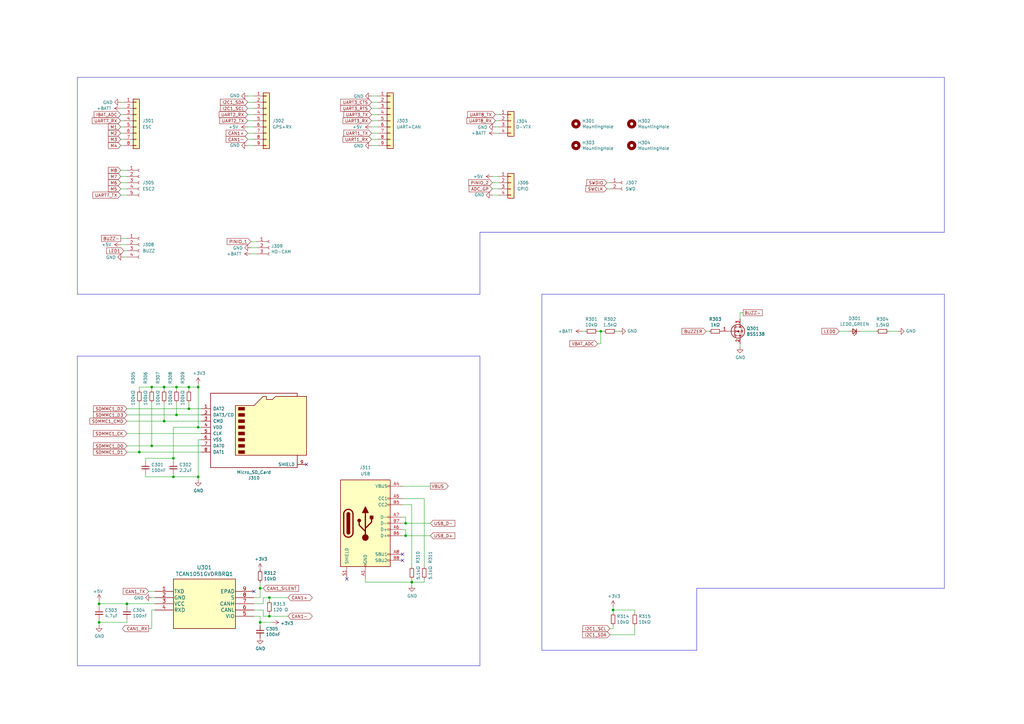
<source format=kicad_sch>
(kicad_sch (version 20230121) (generator eeschema)
  (paper "A3")
  (title_block (title "IO") (date "2021-02-13") (rev "A0.2"))
  (lib_symbols
    (symbol "Connector:Micro_SD_Card" (pin_names (offset 1.016))
      (property "Reference" "J" (at -16.51 15.24 0))
      (property "Value" "Micro_SD_Card" (at 16.51 15.24 0))
      (symbol "Micro_SD_Card_0_1"
        (rectangle (start -7.62 -9.525) (end -5.08 -10.795) (fill (type outline)))
        (rectangle (start -7.62 -6.985) (end -5.08 -8.255) (fill (type outline)))
        (rectangle (start -7.62 -4.445) (end -5.08 -5.715) (fill (type outline)))
        (rectangle (start -7.62 -1.905) (end -5.08 -3.175) (fill (type outline)))
        (rectangle (start -7.62 0.635) (end -5.08 -0.635) (fill (type outline)))
        (rectangle (start -7.62 3.175) (end -5.08 1.905) (fill (type outline)))
        (rectangle (start -7.62 5.715) (end -5.08 4.445) (fill (type outline)))
        (rectangle (start -7.62 8.255) (end -5.08 6.985) (fill (type outline)))
        (polyline (pts (xy 16.51 12.7) (xy 16.51 13.97) (xy -19.05 13.97) (xy -19.05 -16.51) (xy 16.51 -16.51) (xy 16.51 -11.43)) (stroke (width 0.254)))
        (polyline (pts (xy -8.89 -11.43) (xy -8.89 8.89) (xy -1.27 8.89) (xy 2.54 12.7) (xy 3.81 12.7) (xy 3.81 11.43) (xy 6.35 11.43) (xy 7.62 12.7) (xy 20.32 12.7) (xy 20.32 -11.43) (xy -8.89 -11.43)) (stroke (width 0.254)) (fill (type background)))
      )
      (symbol "Micro_SD_Card_1_1"
        (pin bidirectional line (at -22.86 7.62 0) (length 3.81) (name "DAT2") (number "1"))
        (pin bidirectional line (at -22.86 5.08 0) (length 3.81) (name "DAT3/CD") (number "2"))
        (pin input line (at -22.86 2.54 0) (length 3.81) (name "CMD") (number "3"))
        (pin power_in line (at -22.86 0 0) (length 3.81) (name "VDD") (number "4"))
        (pin input line (at -22.86 -2.54 0) (length 3.81) (name "CLK") (number "5"))
        (pin power_in line (at -22.86 -5.08 0) (length 3.81) (name "VSS") (number "6"))
        (pin bidirectional line (at -22.86 -7.62 0) (length 3.81) (name "DAT0") (number "7"))
        (pin bidirectional line (at -22.86 -10.16 0) (length 3.81) (name "DAT1") (number "8"))
        (pin passive line (at 20.32 -15.24 180) (length 3.81) (name "SHIELD") (number "9"))
      )
    )
    (symbol "Connector_Generic:Conn_01x04" (pin_names (offset 1.016) hide)
      (property "Reference" "J" (at 0 5.08 0))
      (property "Value" "Conn_01x04" (at 0 -7.62 0))
      (symbol "Conn_01x04_1_1"
        (rectangle (start -1.27 -4.953) (end 0 -5.207) (stroke (width 0.1524)))
        (rectangle (start -1.27 -2.413) (end 0 -2.667) (stroke (width 0.1524)))
        (rectangle (start -1.27 0.127) (end 0 -0.127) (stroke (width 0.1524)))
        (rectangle (start -1.27 2.667) (end 0 2.413) (stroke (width 0.1524)))
        (rectangle (start -1.27 3.81) (end 1.27 -6.35) (stroke (width 0.254)) (fill (type background)))
        (pin passive line (at -5.08 2.54 0) (length 3.81) (name "Pin_1") (number "1"))
        (pin passive line (at -5.08 0 0) (length 3.81) (name "Pin_2") (number "2"))
        (pin passive line (at -5.08 -2.54 0) (length 3.81) (name "Pin_3") (number "3"))
        (pin passive line (at -5.08 -5.08 0) (length 3.81) (name "Pin_4") (number "4"))
      )
    )
    (symbol "Connector_Generic:Conn_01x08" (pin_names (offset 1.016) hide)
      (property "Reference" "J" (at 0 10.16 0))
      (property "Value" "Conn_01x08" (at 0 -12.7 0))
      (symbol "Conn_01x08_1_1"
        (rectangle (start -1.27 -10.033) (end 0 -10.287) (stroke (width 0.1524)))
        (rectangle (start -1.27 -7.493) (end 0 -7.747) (stroke (width 0.1524)))
        (rectangle (start -1.27 -4.953) (end 0 -5.207) (stroke (width 0.1524)))
        (rectangle (start -1.27 -2.413) (end 0 -2.667) (stroke (width 0.1524)))
        (rectangle (start -1.27 0.127) (end 0 -0.127) (stroke (width 0.1524)))
        (rectangle (start -1.27 2.667) (end 0 2.413) (stroke (width 0.1524)))
        (rectangle (start -1.27 5.207) (end 0 4.953) (stroke (width 0.1524)))
        (rectangle (start -1.27 7.747) (end 0 7.493) (stroke (width 0.1524)))
        (rectangle (start -1.27 8.89) (end 1.27 -11.43) (stroke (width 0.254)) (fill (type background)))
        (pin passive line (at -5.08 7.62 0) (length 3.81) (name "Pin_1") (number "1"))
        (pin passive line (at -5.08 5.08 0) (length 3.81) (name "Pin_2") (number "2"))
        (pin passive line (at -5.08 2.54 0) (length 3.81) (name "Pin_3") (number "3"))
        (pin passive line (at -5.08 0 0) (length 3.81) (name "Pin_4") (number "4"))
        (pin passive line (at -5.08 -2.54 0) (length 3.81) (name "Pin_5") (number "5"))
        (pin passive line (at -5.08 -5.08 0) (length 3.81) (name "Pin_6") (number "6"))
        (pin passive line (at -5.08 -7.62 0) (length 3.81) (name "Pin_7") (number "7"))
        (pin passive line (at -5.08 -10.16 0) (length 3.81) (name "Pin_8") (number "8"))
      )
    )
    (symbol "Connector_Generic:Conn_01x09" (pin_names (offset 1.016) hide)
      (property "Reference" "J" (at 0 12.7 0))
      (property "Value" "Conn_01x09" (at 0 -12.7 0))
      (symbol "Conn_01x09_1_1"
        (rectangle (start -1.27 -10.033) (end 0 -10.287) (stroke (width 0.1524)))
        (rectangle (start -1.27 -7.493) (end 0 -7.747) (stroke (width 0.1524)))
        (rectangle (start -1.27 -4.953) (end 0 -5.207) (stroke (width 0.1524)))
        (rectangle (start -1.27 -2.413) (end 0 -2.667) (stroke (width 0.1524)))
        (rectangle (start -1.27 0.127) (end 0 -0.127) (stroke (width 0.1524)))
        (rectangle (start -1.27 2.667) (end 0 2.413) (stroke (width 0.1524)))
        (rectangle (start -1.27 5.207) (end 0 4.953) (stroke (width 0.1524)))
        (rectangle (start -1.27 7.747) (end 0 7.493) (stroke (width 0.1524)))
        (rectangle (start -1.27 10.287) (end 0 10.033) (stroke (width 0.1524)))
        (rectangle (start -1.27 11.43) (end 1.27 -11.43) (stroke (width 0.254)) (fill (type background)))
        (pin passive line (at -5.08 10.16 0) (length 3.81) (name "Pin_1") (number "1"))
        (pin passive line (at -5.08 7.62 0) (length 3.81) (name "Pin_2") (number "2"))
        (pin passive line (at -5.08 5.08 0) (length 3.81) (name "Pin_3") (number "3"))
        (pin passive line (at -5.08 2.54 0) (length 3.81) (name "Pin_4") (number "4"))
        (pin passive line (at -5.08 0 0) (length 3.81) (name "Pin_5") (number "5"))
        (pin passive line (at -5.08 -2.54 0) (length 3.81) (name "Pin_6") (number "6"))
        (pin passive line (at -5.08 -5.08 0) (length 3.81) (name "Pin_7") (number "7"))
        (pin passive line (at -5.08 -7.62 0) (length 3.81) (name "Pin_8") (number "8"))
        (pin passive line (at -5.08 -10.16 0) (length 3.81) (name "Pin_9") (number "9"))
      )
    )
    (symbol "Device:C_Small" (pin_numbers hide) (pin_names (offset 0.254) hide)
      (property "Reference" "C" (at 0.254 1.778 0))
      (property "Value" "C_Small" (at 0.254 -2.032 0))
      (symbol "C_Small_0_1"
        (polyline (pts (xy -1.524 -0.508) (xy 1.524 -0.508)) (stroke (width 0.3302)))
        (polyline (pts (xy -1.524 0.508) (xy 1.524 0.508)) (stroke (width 0.3048)))
      )
      (symbol "C_Small_1_1"
        (pin passive line (at 0 2.54 270) (length 2.032) (name "~") (number "1"))
        (pin passive line (at 0 -2.54 90) (length 2.032) (name "~") (number "2"))
      )
    )
    (symbol "Device:LED_Small" (pin_numbers hide) (pin_names (offset 0.254) hide)
      (property "Reference" "D" (at -1.27 3.175 0))
      (property "Value" "LED_Small" (at -4.445 -2.54 0))
      (symbol "LED_Small_0_1"
        (polyline (pts (xy -0.762 -1.016) (xy -0.762 1.016)) (stroke (width 0.254)))
        (polyline (pts (xy 1.016 0) (xy -0.762 0)))
        (polyline (pts (xy 0.762 -1.016) (xy -0.762 0) (xy 0.762 1.016) (xy 0.762 -1.016)) (stroke (width 0.254)))
        (polyline (pts (xy 0 0.762) (xy -0.508 1.27) (xy -0.254 1.27) (xy -0.508 1.27) (xy -0.508 1.016)))
        (polyline (pts (xy 0.508 1.27) (xy 0 1.778) (xy 0.254 1.778) (xy 0 1.778) (xy 0 1.524)))
      )
      (symbol "LED_Small_1_1"
        (pin passive line (at -2.54 0 0) (length 1.778) (name "K") (number "1"))
        (pin passive line (at 2.54 0 180) (length 1.778) (name "A") (number "2"))
      )
    )
    (symbol "Device:R_Small" (pin_numbers hide) (pin_names (offset 0.254) hide)
      (property "Reference" "R" (at 0.762 0.508 0))
      (property "Value" "R_Small" (at 0.762 -1.016 0))
      (symbol "R_Small_0_1"
        (rectangle (start -0.762 1.778) (end 0.762 -1.778) (stroke (width 0.2032)))
      )
      (symbol "R_Small_1_1"
        (pin passive line (at 0 2.54 270) (length 0.762) (name "~") (number "1"))
        (pin passive line (at 0 -2.54 90) (length 0.762) (name "~") (number "2"))
      )
    )
    (symbol "Mechanical:MountingHole" (pin_names (offset 1.016))
      (property "Reference" "H" (at 0 5.08 0))
      (property "Value" "MountingHole" (at 0 3.175 0))
      (symbol "MountingHole_0_1"
        (circle (center 0 0) (radius 1.27) (stroke (width 1.27)))
      )
    )
    (symbol "MintAlpha2-rescue:+3.3V-power" (power) (pin_names (offset 0))
      (property "Value" "+3.3V-power" (at 0 3.556 0))
      (symbol "+3.3V-power_0_1"
        (polyline (pts (xy -0.762 1.27) (xy 0 2.54)))
        (polyline (pts (xy 0 0) (xy 0 2.54)))
        (polyline (pts (xy 0 2.54) (xy 0.762 1.27)))
      )
      (symbol "+3.3V-power_1_1"
        (pin power_in line (at 0 0 90) (length 0) hide (name "+3V3") (number "1"))
      )
    )
    (symbol "MintAlpha2-rescue:Conn_01x02_Female-Connector" (pin_names (offset 1.016) hide)
      (property "Reference" "J" (at 0 2.54 0))
      (property "Value" "Connector_Conn_01x02_Female" (at 0 -5.08 0))
      (symbol "Conn_01x02_Female-Connector_1_1"
        (arc (start 0 -2.032) (mid -0.5058 -2.54) (end 0 -3.048) (stroke (width 0.1524)))
        (polyline (pts (xy -1.27 -2.54) (xy -0.508 -2.54)) (stroke (width 0.1524)))
        (polyline (pts (xy -1.27 0) (xy -0.508 0)) (stroke (width 0.1524)))
        (arc (start 0 0.508) (mid -0.5058 0) (end 0 -0.508) (stroke (width 0.1524)))
        (pin passive line (at -5.08 0 0) (length 3.81) (name "Pin_1") (number "1"))
        (pin passive line (at -5.08 -2.54 0) (length 3.81) (name "Pin_2") (number "2"))
      )
    )
    (symbol "MintAlpha2-rescue:Conn_01x03_Female-Connector" (pin_names (offset 1.016) hide)
      (property "Reference" "J" (at 0 5.08 0))
      (property "Value" "Connector_Conn_01x03_Female" (at 0 -5.08 0))
      (symbol "Conn_01x03_Female-Connector_1_1"
        (arc (start 0 -2.032) (mid -0.5058 -2.54) (end 0 -3.048) (stroke (width 0.1524)))
        (polyline (pts (xy -1.27 -2.54) (xy -0.508 -2.54)) (stroke (width 0.1524)))
        (polyline (pts (xy -1.27 0) (xy -0.508 0)) (stroke (width 0.1524)))
        (polyline (pts (xy -1.27 2.54) (xy -0.508 2.54)) (stroke (width 0.1524)))
        (arc (start 0 0.508) (mid -0.5058 0) (end 0 -0.508) (stroke (width 0.1524)))
        (arc (start 0 3.048) (mid -0.5058 2.54) (end 0 2.032) (stroke (width 0.1524)))
        (pin passive line (at -5.08 2.54 0) (length 3.81) (name "Pin_1") (number "1"))
        (pin passive line (at -5.08 0 0) (length 3.81) (name "Pin_2") (number "2"))
        (pin passive line (at -5.08 -2.54 0) (length 3.81) (name "Pin_3") (number "3"))
      )
    )
    (symbol "MintAlpha2-rescue:Conn_01x04_Female-Connector" (pin_names (offset 1.016) hide)
      (property "Reference" "J" (at 0 5.08 0))
      (property "Value" "Connector_Conn_01x04_Female" (at 0 -7.62 0))
      (symbol "Conn_01x04_Female-Connector_1_1"
        (arc (start 0 -4.572) (mid -0.5058 -5.08) (end 0 -5.588) (stroke (width 0.1524)))
        (arc (start 0 -2.032) (mid -0.5058 -2.54) (end 0 -3.048) (stroke (width 0.1524)))
        (polyline (pts (xy -1.27 -5.08) (xy -0.508 -5.08)) (stroke (width 0.1524)))
        (polyline (pts (xy -1.27 -2.54) (xy -0.508 -2.54)) (stroke (width 0.1524)))
        (polyline (pts (xy -1.27 0) (xy -0.508 0)) (stroke (width 0.1524)))
        (polyline (pts (xy -1.27 2.54) (xy -0.508 2.54)) (stroke (width 0.1524)))
        (arc (start 0 0.508) (mid -0.5058 0) (end 0 -0.508) (stroke (width 0.1524)))
        (arc (start 0 3.048) (mid -0.5058 2.54) (end 0 2.032) (stroke (width 0.1524)))
        (pin passive line (at -5.08 2.54 0) (length 3.81) (name "Pin_1") (number "1"))
        (pin passive line (at -5.08 0 0) (length 3.81) (name "Pin_2") (number "2"))
        (pin passive line (at -5.08 -2.54 0) (length 3.81) (name "Pin_3") (number "3"))
        (pin passive line (at -5.08 -5.08 0) (length 3.81) (name "Pin_4") (number "4"))
      )
    )
    (symbol "MintAlpha2-rescue:Conn_01x05_Female-Connector" (pin_names (offset 1.016) hide)
      (property "Reference" "J" (at 0 7.62 0))
      (property "Value" "Connector_Conn_01x05_Female" (at 0 -7.62 0))
      (symbol "Conn_01x05_Female-Connector_1_1"
        (arc (start 0 -4.572) (mid -0.5058 -5.08) (end 0 -5.588) (stroke (width 0.1524)))
        (arc (start 0 -2.032) (mid -0.5058 -2.54) (end 0 -3.048) (stroke (width 0.1524)))
        (polyline (pts (xy -1.27 -5.08) (xy -0.508 -5.08)) (stroke (width 0.1524)))
        (polyline (pts (xy -1.27 -2.54) (xy -0.508 -2.54)) (stroke (width 0.1524)))
        (polyline (pts (xy -1.27 0) (xy -0.508 0)) (stroke (width 0.1524)))
        (polyline (pts (xy -1.27 2.54) (xy -0.508 2.54)) (stroke (width 0.1524)))
        (polyline (pts (xy -1.27 5.08) (xy -0.508 5.08)) (stroke (width 0.1524)))
        (arc (start 0 0.508) (mid -0.5058 0) (end 0 -0.508) (stroke (width 0.1524)))
        (arc (start 0 3.048) (mid -0.5058 2.54) (end 0 2.032) (stroke (width 0.1524)))
        (arc (start 0 5.588) (mid -0.5058 5.08) (end 0 4.572) (stroke (width 0.1524)))
        (pin passive line (at -5.08 5.08 0) (length 3.81) (name "Pin_1") (number "1"))
        (pin passive line (at -5.08 2.54 0) (length 3.81) (name "Pin_2") (number "2"))
        (pin passive line (at -5.08 0 0) (length 3.81) (name "Pin_3") (number "3"))
        (pin passive line (at -5.08 -2.54 0) (length 3.81) (name "Pin_4") (number "4"))
        (pin passive line (at -5.08 -5.08 0) (length 3.81) (name "Pin_5") (number "5"))
      )
    )
    (symbol "MintAlpha2-rescue:USB_C_Receptacle_USB2.0-Connector" (pin_names (offset 1.016))
      (property "Reference" "J" (at -10.16 19.05 0))
      (property "Value" "Connector_USB_C_Receptacle_USB2.0" (at 19.05 19.05 0))
      (symbol "USB_C_Receptacle_USB2.0-Connector_0_0"
        (rectangle (start -0.254 -17.78) (end 0.254 -16.764))
        (rectangle (start 10.16 -14.986) (end 9.144 -15.494))
        (rectangle (start 10.16 -12.446) (end 9.144 -12.954))
        (rectangle (start 10.16 -4.826) (end 9.144 -5.334))
        (rectangle (start 10.16 -2.286) (end 9.144 -2.794))
        (rectangle (start 10.16 0.254) (end 9.144 -0.254))
        (rectangle (start 10.16 2.794) (end 9.144 2.286))
        (rectangle (start 10.16 7.874) (end 9.144 7.366))
        (rectangle (start 10.16 10.414) (end 9.144 9.906))
        (rectangle (start 10.16 15.494) (end 9.144 14.986))
      )
      (symbol "USB_C_Receptacle_USB2.0-Connector_0_1"
        (rectangle (start -10.16 17.78) (end 10.16 -17.78) (stroke (width 0.254)) (fill (type background)))
        (arc (start -8.89 -3.81) (mid -6.985 -5.7067) (end -5.08 -3.81) (stroke (width 0.508)))
        (arc (start -7.62 -3.81) (mid -6.985 -4.4423) (end -6.35 -3.81) (stroke (width 0.254)))
        (arc (start -7.62 -3.81) (mid -6.985 -4.4423) (end -6.35 -3.81) (stroke (width 0.254)) (fill (type outline)))
        (rectangle (start -7.62 -3.81) (end -6.35 3.81) (stroke (width 0.254)) (fill (type outline)))
        (arc (start -6.35 3.81) (mid -6.985 4.4423) (end -7.62 3.81) (stroke (width 0.254)))
        (arc (start -6.35 3.81) (mid -6.985 4.4423) (end -7.62 3.81) (stroke (width 0.254)) (fill (type outline)))
        (arc (start -5.08 3.81) (mid -6.985 5.7067) (end -8.89 3.81) (stroke (width 0.508)))
        (circle (center -2.54 1.143) (radius 0.635) (stroke (width 0.254)) (fill (type outline)))
        (circle (center 0 -5.842) (radius 1.27) (fill (type outline)))
        (polyline (pts (xy -8.89 -3.81) (xy -8.89 3.81)) (stroke (width 0.508)))
        (polyline (pts (xy -5.08 3.81) (xy -5.08 -3.81)) (stroke (width 0.508)))
        (polyline (pts (xy 0 -5.842) (xy 0 4.318)) (stroke (width 0.508)))
        (polyline (pts (xy 0 -3.302) (xy -2.54 -0.762) (xy -2.54 0.508)) (stroke (width 0.508)))
        (polyline (pts (xy 0 -2.032) (xy 2.54 0.508) (xy 2.54 1.778)) (stroke (width 0.508)))
        (polyline (pts (xy -1.27 4.318) (xy 0 6.858) (xy 1.27 4.318) (xy -1.27 4.318)) (stroke (width 0.254)) (fill (type outline)))
        (rectangle (start 1.905 1.778) (end 3.175 3.048) (stroke (width 0.254)) (fill (type outline)))
      )
      (symbol "USB_C_Receptacle_USB2.0-Connector_1_1"
        (pin passive line (at 0 -22.86 90) (length 5.08) (name "GND") (number "A1"))
        (pin passive line (at 0 -22.86 90) (length 5.08) hide (name "GND") (number "A12"))
        (pin passive line (at 15.24 15.24 180) (length 5.08) (name "VBUS") (number "A4"))
        (pin bidirectional line (at 15.24 10.16 180) (length 5.08) (name "CC1") (number "A5"))
        (pin bidirectional line (at 15.24 -2.54 180) (length 5.08) (name "D+") (number "A6"))
        (pin bidirectional line (at 15.24 2.54 180) (length 5.08) (name "D-") (number "A7"))
        (pin bidirectional line (at 15.24 -12.7 180) (length 5.08) (name "SBU1") (number "A8"))
        (pin passive line (at 15.24 15.24 180) (length 5.08) hide (name "VBUS") (number "A9"))
        (pin passive line (at 0 -22.86 90) (length 5.08) hide (name "GND") (number "B1"))
        (pin passive line (at 0 -22.86 90) (length 5.08) hide (name "GND") (number "B12"))
        (pin passive line (at 15.24 15.24 180) (length 5.08) hide (name "VBUS") (number "B4"))
        (pin bidirectional line (at 15.24 7.62 180) (length 5.08) (name "CC2") (number "B5"))
        (pin bidirectional line (at 15.24 -5.08 180) (length 5.08) (name "D+") (number "B6"))
        (pin bidirectional line (at 15.24 0 180) (length 5.08) (name "D-") (number "B7"))
        (pin bidirectional line (at 15.24 -15.24 180) (length 5.08) (name "SBU2") (number "B8"))
        (pin passive line (at 15.24 15.24 180) (length 5.08) hide (name "VBUS") (number "B9"))
        (pin passive line (at -7.62 -22.86 90) (length 5.08) (name "SHIELD") (number "S1"))
      )
    )
    (symbol "MintSymbols:TCAN1051GVDRBRQ1" (pin_names (offset 0.254))
      (property "Reference" "U" (at 20.32 10.16 0))
      (property "Value" "TCAN1051GVDRBRQ1" (at 20.32 7.62 0))
      (symbol "TCAN1051GVDRBRQ1_1_1"
        (rectangle (start 7.62 5.08) (end 33.02 -15.24) (stroke (width 0.254)) (fill (type background)))
        (pin input line (at 0 0 0) (length 7.62) (name "TXD") (number "1"))
        (pin power_in line (at 0 -2.54 0) (length 7.62) (name "GND") (number "2"))
        (pin power_in line (at 0 -5.08 0) (length 7.62) (name "VCC") (number "3"))
        (pin output line (at 0 -7.62 0) (length 7.62) (name "RXD") (number "4"))
        (pin power_in line (at 40.64 -10.16 180) (length 7.62) (name "VIO") (number "5"))
        (pin bidirectional line (at 40.64 -7.62 180) (length 7.62) (name "CANL") (number "6"))
        (pin bidirectional line (at 40.64 -5.08 180) (length 7.62) (name "CANH") (number "7"))
        (pin input line (at 40.64 -2.54 180) (length 7.62) (name "S") (number "8"))
        (pin passive line (at 40.64 0 180) (length 7.62) (name "EPAD") (number "9"))
      )
    )
    (symbol "Transistor_FET:BSS138" (pin_names hide)
      (property "Reference" "Q" (at 5.08 1.905 0))
      (property "Value" "BSS138" (at 5.08 0 0))
      (symbol "BSS138_0_1"
        (polyline (pts (xy 0.254 0) (xy -2.54 0)))
        (polyline (pts (xy 0.254 1.905) (xy 0.254 -1.905)) (stroke (width 0.254)))
        (polyline (pts (xy 0.762 -1.27) (xy 0.762 -2.286)) (stroke (width 0.254)))
        (polyline (pts (xy 0.762 0.508) (xy 0.762 -0.508)) (stroke (width 0.254)))
        (polyline (pts (xy 0.762 2.286) (xy 0.762 1.27)) (stroke (width 0.254)))
        (polyline (pts (xy 2.54 2.54) (xy 2.54 1.778)))
        (polyline (pts (xy 2.54 -2.54) (xy 2.54 0) (xy 0.762 0)))
        (polyline (pts (xy 0.762 -1.778) (xy 3.302 -1.778) (xy 3.302 1.778) (xy 0.762 1.778)))
        (polyline (pts (xy 1.016 0) (xy 2.032 0.381) (xy 2.032 -0.381) (xy 1.016 0)) (fill (type outline)))
        (polyline (pts (xy 2.794 0.508) (xy 2.921 0.381) (xy 3.683 0.381) (xy 3.81 0.254)))
        (polyline (pts (xy 3.302 0.381) (xy 2.921 -0.254) (xy 3.683 -0.254) (xy 3.302 0.381)))
        (circle (center 1.651 0) (radius 2.794) (stroke (width 0.254)))
        (circle (center 2.54 -1.778) (radius 0.254) (fill (type outline)))
        (circle (center 2.54 1.778) (radius 0.254) (fill (type outline)))
      )
      (symbol "BSS138_1_1"
        (pin input line (at -5.08 0 0) (length 2.54) (name "G") (number "1"))
        (pin passive line (at 2.54 -5.08 90) (length 2.54) (name "S") (number "2"))
        (pin passive line (at 2.54 5.08 270) (length 2.54) (name "D") (number "3"))
      )
    )
    (symbol "power:+5V" (power) (pin_names (offset 0))
      (property "Value" "+5V" (at 0 3.556 0))
      (symbol "+5V_0_1"
        (polyline (pts (xy -0.762 1.27) (xy 0 2.54)))
        (polyline (pts (xy 0 0) (xy 0 2.54)))
        (polyline (pts (xy 0 2.54) (xy 0.762 1.27)))
      )
      (symbol "+5V_1_1"
        (pin power_in line (at 0 0 90) (length 0) hide (name "+5V") (number "1"))
      )
    )
    (symbol "power:+BATT" (power) (pin_names (offset 0))
      (property "Value" "+BATT" (at 0 3.556 0))
      (symbol "+BATT_0_1"
        (polyline (pts (xy -0.762 1.27) (xy 0 2.54)))
        (polyline (pts (xy 0 0) (xy 0 2.54)))
        (polyline (pts (xy 0 2.54) (xy 0.762 1.27)))
      )
      (symbol "+BATT_1_1"
        (pin power_in line (at 0 0 90) (length 0) hide (name "+BATT") (number "1"))
      )
    )
    (symbol "power:GND" (power) (pin_names (offset 0))
      (property "Value" "GND" (at 0 -3.81 0))
      (symbol "GND_0_1"
        (polyline (pts (xy 0 0) (xy 0 -1.27) (xy 1.27 -1.27) (xy 0 -2.54) (xy -1.27 -1.27) (xy 0 -1.27)))
      )
      (symbol "GND_1_1"
        (pin power_in line (at 0 0 270) (length 0) hide (name "GND") (number "1"))
      )
    )
  )
  (junction (at 62.23 158.75))
  (junction (at 166.37 219.71))
  (junction (at 168.91 238.76))
  (junction (at 106.68 255.27))
  (junction (at 110.49 252.73))
  (junction (at 81.28 175.26))
  (junction (at 251.46 250.19))
  (junction (at 72.39 158.75))
  (junction (at 110.49 245.11))
  (junction (at 52.07 247.65))
  (junction (at 77.47 167.64))
  (junction (at 72.39 170.18))
  (junction (at 40.64 247.65))
  (junction (at 81.28 195.58))
  (junction (at 71.12 195.58))
  (junction (at 81.28 158.75))
  (junction (at 62.23 182.88))
  (junction (at 57.15 185.42))
  (junction (at 67.31 172.72))
  (junction (at 40.64 255.27))
  (junction (at 106.68 241.3))
  (junction (at 246.38 135.89))
  (junction (at 67.31 158.75))
  (junction (at 71.12 187.96))
  (junction (at 166.37 214.63))
  (junction (at 77.47 158.75))
  (no_connect (at 165.1 227.33))
  (no_connect (at 104.14 242.57))
  (no_connect (at 125.73 190.5))
  (no_connect (at 142.24 237.49))
  (no_connect (at 165.1 229.87))
  (wire (pts (xy 101.6 54.61) (xy 104.14 54.61)))
  (wire (pts (xy 149.86 237.49) (xy 149.86 238.76)))
  (wire (pts (xy 154.94 49.53) (xy 152.4 49.53)))
  (wire (pts (xy 52.07 77.47) (xy 49.53 77.47)))
  (wire (pts (xy 40.64 247.65) (xy 52.07 247.65)))
  (wire (pts (xy 165.1 212.09) (xy 166.37 212.09)))
  (wire (pts (xy 77.47 167.64) (xy 82.55 167.64)))
  (wire (pts (xy 251.46 257.81) (xy 251.46 256.54)))
  (wire (pts (xy 106.68 238.76) (xy 106.68 241.3)))
  (polyline (pts (xy 387.35 120.65) (xy 387.35 241.3)))
  (wire (pts (xy 52.07 69.85) (xy 49.53 69.85)))
  (polyline (pts (xy 196.85 120.65) (xy 196.85 95.25)))
  (wire (pts (xy 203.2 52.07) (xy 204.47 52.07)))
  (wire (pts (xy 203.2 49.53) (xy 204.47 49.53)))
  (wire (pts (xy 59.69 195.58) (xy 71.12 195.58)))
  (wire (pts (xy 201.93 77.47) (xy 204.47 77.47)))
  (wire (pts (xy 49.53 52.07) (xy 50.8 52.07)))
  (wire (pts (xy 60.96 242.57) (xy 63.5 242.57)))
  (wire (pts (xy 104.14 250.19) (xy 107.95 250.19)))
  (polyline (pts (xy 285.75 241.3) (xy 387.35 241.3)))
  (wire (pts (xy 52.07 74.93) (xy 49.53 74.93)))
  (wire (pts (xy 250.19 257.81) (xy 251.46 257.81)))
  (wire (pts (xy 49.53 49.53) (xy 50.8 49.53)))
  (wire (pts (xy 49.53 59.69) (xy 50.8 59.69)))
  (wire (pts (xy 353.06 135.89) (xy 359.41 135.89)))
  (wire (pts (xy 303.53 142.24) (xy 303.53 140.97)))
  (wire (pts (xy 50.8 102.87) (xy 52.07 102.87)))
  (wire (pts (xy 251.46 248.92) (xy 251.46 250.19)))
  (wire (pts (xy 107.95 245.11) (xy 107.95 247.65)))
  (wire (pts (xy 166.37 214.63) (xy 176.53 214.63)))
  (wire (pts (xy 304.8 128.27) (xy 303.53 128.27)))
  (wire (pts (xy 152.4 57.15) (xy 154.94 57.15)))
  (wire (pts (xy 63.5 245.11) (xy 62.23 245.11)))
  (wire (pts (xy 82.55 175.26) (xy 81.28 175.26)))
  (wire (pts (xy 101.6 52.07) (xy 104.14 52.07)))
  (wire (pts (xy 245.11 135.89) (xy 246.38 135.89)))
  (wire (pts (xy 40.64 254) (xy 40.64 255.27)))
  (wire (pts (xy 168.91 207.01) (xy 168.91 232.41)))
  (wire (pts (xy 104.14 44.45) (xy 101.6 44.45)))
  (wire (pts (xy 49.53 97.79) (xy 52.07 97.79)))
  (wire (pts (xy 201.93 74.93) (xy 204.47 74.93)))
  (wire (pts (xy 52.07 254) (xy 52.07 255.27)))
  (wire (pts (xy 107.95 245.11) (xy 110.49 245.11)))
  (wire (pts (xy 62.23 160.02) (xy 62.23 158.75)))
  (wire (pts (xy 71.12 189.23) (xy 71.12 187.96)))
  (wire (pts (xy 102.87 101.6) (xy 105.41 101.6)))
  (wire (pts (xy 52.07 80.01) (xy 49.53 80.01)))
  (wire (pts (xy 101.6 59.69) (xy 104.14 59.69)))
  (wire (pts (xy 72.39 165.1) (xy 72.39 170.18)))
  (wire (pts (xy 59.69 194.31) (xy 59.69 195.58)))
  (wire (pts (xy 105.41 104.14) (xy 102.87 104.14)))
  (polyline (pts (xy 387.35 120.65) (xy 222.25 120.65)))
  (wire (pts (xy 104.14 49.53) (xy 101.6 49.53)))
  (wire (pts (xy 62.23 165.1) (xy 62.23 182.88)))
  (polyline (pts (xy 196.85 146.05) (xy 31.75 146.05)))
  (polyline (pts (xy 196.85 273.05) (xy 196.85 146.05)))
  (wire (pts (xy 203.2 46.99) (xy 204.47 46.99)))
  (wire (pts (xy 72.39 158.75) (xy 77.47 158.75)))
  (wire (pts (xy 67.31 172.72) (xy 82.55 172.72)))
  (wire (pts (xy 71.12 195.58) (xy 81.28 195.58)))
  (wire (pts (xy 201.93 72.39) (xy 204.47 72.39)))
  (wire (pts (xy 154.94 44.45) (xy 152.4 44.45)))
  (wire (pts (xy 101.6 39.37) (xy 104.14 39.37)))
  (wire (pts (xy 246.38 135.89) (xy 247.65 135.89)))
  (wire (pts (xy 52.07 255.27) (xy 40.64 255.27)))
  (wire (pts (xy 52.07 247.65) (xy 63.5 247.65)))
  (wire (pts (xy 173.99 204.47) (xy 173.99 232.41)))
  (wire (pts (xy 260.35 251.46) (xy 260.35 250.19)))
  (polyline (pts (xy 31.75 120.65) (xy 196.85 120.65)))
  (wire (pts (xy 110.49 245.11) (xy 118.11 245.11)))
  (wire (pts (xy 165.1 199.39) (xy 176.53 199.39)))
  (wire (pts (xy 154.94 54.61) (xy 152.4 54.61)))
  (wire (pts (xy 52.07 177.8) (xy 82.55 177.8)))
  (wire (pts (xy 251.46 250.19) (xy 251.46 251.46)))
  (wire (pts (xy 62.23 250.19) (xy 63.5 250.19)))
  (wire (pts (xy 110.49 252.73) (xy 118.11 252.73)))
  (wire (pts (xy 149.86 238.76) (xy 168.91 238.76)))
  (wire (pts (xy 57.15 158.75) (xy 62.23 158.75)))
  (wire (pts (xy 49.53 46.99) (xy 50.8 46.99)))
  (wire (pts (xy 40.64 246.38) (xy 40.64 247.65)))
  (wire (pts (xy 52.07 182.88) (xy 62.23 182.88)))
  (polyline (pts (xy 31.75 31.75) (xy 31.75 120.65)))
  (wire (pts (xy 166.37 212.09) (xy 166.37 214.63)))
  (wire (pts (xy 77.47 165.1) (xy 77.47 167.64)))
  (polyline (pts (xy 387.35 95.25) (xy 387.35 31.75)))
  (wire (pts (xy 67.31 160.02) (xy 67.31 158.75)))
  (wire (pts (xy 49.53 57.15) (xy 50.8 57.15)))
  (wire (pts (xy 246.38 135.89) (xy 246.38 140.97)))
  (wire (pts (xy 165.1 219.71) (xy 166.37 219.71)))
  (wire (pts (xy 165.1 214.63) (xy 166.37 214.63)))
  (wire (pts (xy 107.95 250.19) (xy 107.95 252.73)))
  (wire (pts (xy 52.07 72.39) (xy 49.53 72.39)))
  (wire (pts (xy 67.31 165.1) (xy 67.31 172.72)))
  (polyline (pts (xy 285.75 266.7) (xy 285.75 241.3)))
  (polyline (pts (xy 387.35 31.75) (xy 31.75 31.75)))
  (wire (pts (xy 62.23 182.88) (xy 82.55 182.88)))
  (wire (pts (xy 71.12 187.96) (xy 71.12 175.26)))
  (wire (pts (xy 154.94 39.37) (xy 152.4 39.37)))
  (wire (pts (xy 40.64 255.27) (xy 40.64 256.54)))
  (wire (pts (xy 165.1 217.17) (xy 166.37 217.17)))
  (polyline (pts (xy 222.25 120.65) (xy 222.25 266.7)))
  (wire (pts (xy 67.31 158.75) (xy 72.39 158.75)))
  (wire (pts (xy 166.37 219.71) (xy 176.53 219.71)))
  (wire (pts (xy 62.23 257.81) (xy 60.96 257.81)))
  (wire (pts (xy 62.23 158.75) (xy 67.31 158.75)))
  (polyline (pts (xy 222.25 266.7) (xy 285.75 266.7)))
  (wire (pts (xy 168.91 238.76) (xy 168.91 240.03)))
  (wire (pts (xy 82.55 180.34) (xy 81.28 180.34)))
  (wire (pts (xy 165.1 204.47) (xy 173.99 204.47)))
  (wire (pts (xy 154.94 41.91) (xy 152.4 41.91)))
  (wire (pts (xy 52.07 170.18) (xy 72.39 170.18)))
  (wire (pts (xy 110.49 246.38) (xy 110.49 245.11)))
  (wire (pts (xy 173.99 237.49) (xy 173.99 238.76)))
  (wire (pts (xy 344.17 135.89) (xy 347.98 135.89)))
  (wire (pts (xy 203.2 54.61) (xy 204.47 54.61)))
  (wire (pts (xy 102.87 99.06) (xy 105.41 99.06)))
  (wire (pts (xy 57.15 165.1) (xy 57.15 185.42)))
  (wire (pts (xy 57.15 185.42) (xy 82.55 185.42)))
  (wire (pts (xy 49.53 41.91) (xy 50.8 41.91)))
  (wire (pts (xy 106.68 252.73) (xy 106.68 255.27)))
  (wire (pts (xy 104.14 247.65) (xy 107.95 247.65)))
  (wire (pts (xy 254 135.89) (xy 252.73 135.89)))
  (wire (pts (xy 40.64 248.92) (xy 40.64 247.65)))
  (wire (pts (xy 110.49 251.46) (xy 110.49 252.73)))
  (wire (pts (xy 250.19 260.35) (xy 260.35 260.35)))
  (wire (pts (xy 260.35 250.19) (xy 251.46 250.19)))
  (wire (pts (xy 49.53 44.45) (xy 50.8 44.45)))
  (wire (pts (xy 50.8 105.41) (xy 52.07 105.41)))
  (wire (pts (xy 52.07 172.72) (xy 67.31 172.72)))
  (wire (pts (xy 201.93 80.01) (xy 204.47 80.01)))
  (wire (pts (xy 107.95 252.73) (xy 110.49 252.73)))
  (wire (pts (xy 72.39 160.02) (xy 72.39 158.75)))
  (wire (pts (xy 106.68 255.27) (xy 111.76 255.27)))
  (wire (pts (xy 152.4 59.69) (xy 154.94 59.69)))
  (wire (pts (xy 49.53 100.33) (xy 52.07 100.33)))
  (wire (pts (xy 166.37 217.17) (xy 166.37 219.71)))
  (wire (pts (xy 303.53 128.27) (xy 303.53 130.81)))
  (wire (pts (xy 240.03 135.89) (xy 238.76 135.89)))
  (wire (pts (xy 173.99 238.76) (xy 168.91 238.76)))
  (wire (pts (xy 57.15 160.02) (xy 57.15 158.75)))
  (wire (pts (xy 248.92 74.93) (xy 250.19 74.93)))
  (wire (pts (xy 152.4 52.07) (xy 154.94 52.07)))
  (wire (pts (xy 49.53 54.61) (xy 50.8 54.61)))
  (wire (pts (xy 165.1 207.01) (xy 168.91 207.01)))
  (wire (pts (xy 81.28 158.75) (xy 77.47 158.75)))
  (wire (pts (xy 106.68 241.3) (xy 106.68 245.11)))
  (wire (pts (xy 52.07 248.92) (xy 52.07 247.65)))
  (wire (pts (xy 104.14 46.99) (xy 101.6 46.99)))
  (wire (pts (xy 71.12 175.26) (xy 81.28 175.26)))
  (wire (pts (xy 250.19 77.47) (xy 248.92 77.47)))
  (wire (pts (xy 106.68 241.3) (xy 107.95 241.3)))
  (wire (pts (xy 104.14 41.91) (xy 101.6 41.91)))
  (wire (pts (xy 104.14 252.73) (xy 106.68 252.73)))
  (wire (pts (xy 81.28 195.58) (xy 81.28 196.85)))
  (wire (pts (xy 77.47 160.02) (xy 77.47 158.75)))
  (polyline (pts (xy 31.75 146.05) (xy 31.75 273.05)))
  (wire (pts (xy 168.91 237.49) (xy 168.91 238.76)))
  (wire (pts (xy 260.35 260.35) (xy 260.35 256.54)))
  (wire (pts (xy 62.23 257.81) (xy 62.23 250.19)))
  (wire (pts (xy 52.07 185.42) (xy 57.15 185.42)))
  (polyline (pts (xy 31.75 273.05) (xy 196.85 273.05)))
  (wire (pts (xy 106.68 245.11) (xy 104.14 245.11)))
  (wire (pts (xy 81.28 158.75) (xy 81.28 157.48)))
  (wire (pts (xy 59.69 187.96) (xy 71.12 187.96)))
  (wire (pts (xy 81.28 175.26) (xy 81.28 158.75)))
  (wire (pts (xy 81.28 180.34) (xy 81.28 195.58)))
  (wire (pts (xy 52.07 167.64) (xy 77.47 167.64)))
  (wire (pts (xy 246.38 140.97) (xy 245.11 140.97)))
  (wire (pts (xy 71.12 195.58) (xy 71.12 194.31)))
  (wire (pts (xy 290.83 135.89) (xy 289.56 135.89)))
  (wire (pts (xy 101.6 57.15) (xy 104.14 57.15)))
  (wire (pts (xy 106.68 256.54) (xy 106.68 255.27)))
  (wire (pts (xy 364.49 135.89) (xy 368.3 135.89)))
  (polyline (pts (xy 196.85 95.25) (xy 387.35 95.25)))
  (wire (pts (xy 72.39 170.18) (xy 82.55 170.18)))
  (wire (pts (xy 59.69 189.23) (xy 59.69 187.96)))
  (wire (pts (xy 154.94 46.99) (xy 152.4 46.99)))
  (global_label "CAN1-" (shape input) (at 101.6 57.15 180) (property "Intersheetrefs" "${INTERSHEET_REFS}" (effects hide)))
  (global_label "PINIO_2" (shape input) (at 201.93 74.93 180) (property "Intersheetrefs" "${INTERSHEET_REFS}" (effects hide)))
  (global_label "UART7_RX" (shape input) (at 49.53 49.53 180) (property "Intersheetrefs" "${INTERSHEET_REFS}" (effects hide)))
  (global_label "SDMMC1_CMD" (shape input) (at 52.07 172.72 180) (property "Intersheetrefs" "${INTERSHEET_REFS}" (effects hide)))
  (global_label "M2" (shape input) (at 49.53 54.61 180) (property "Intersheetrefs" "${INTERSHEET_REFS}" (effects hide)))
  (global_label "BUZZ-" (shape passive) (at 304.8 128.27 0) (property "Intersheetrefs" "${INTERSHEET_REFS}" (effects hide)))
  (global_label "UART3_RX" (shape input) (at 152.4 49.53 180) (property "Intersheetrefs" "${INTERSHEET_REFS}" (effects hide)))
  (global_label "SDMMC1_D0" (shape input) (at 52.07 182.88 180) (property "Intersheetrefs" "${INTERSHEET_REFS}" (effects hide)))
  (global_label "VBAT_ADC" (shape input) (at 245.11 140.97 180) (property "Intersheetrefs" "${INTERSHEET_REFS}" (effects hide)))
  (global_label "VBUS" (shape output) (at 176.53 199.39 0) (property "Intersheetrefs" "${INTERSHEET_REFS}" (effects hide)))
  (global_label "SDMMC1_CK" (shape input) (at 52.07 177.8 180) (property "Intersheetrefs" "${INTERSHEET_REFS}" (effects hide)))
  (global_label "BUZZ-" (shape passive) (at 49.53 97.79 180) (property "Intersheetrefs" "${INTERSHEET_REFS}" (effects hide)))
  (global_label "ADC_GP" (shape input) (at 201.93 77.47 180) (property "Intersheetrefs" "${INTERSHEET_REFS}" (effects hide)))
  (global_label "CAN1_TX" (shape input) (at 60.96 242.57 180) (property "Intersheetrefs" "${INTERSHEET_REFS}" (effects hide)))
  (global_label "USB_D-" (shape input) (at 176.53 214.63 0) (property "Intersheetrefs" "${INTERSHEET_REFS}" (effects hide)))
  (global_label "LED1" (shape input) (at 50.8 102.87 180) (property "Intersheetrefs" "${INTERSHEET_REFS}" (effects hide)))
  (global_label "CAN1-" (shape bidirectional) (at 118.11 252.73 0) (property "Intersheetrefs" "${INTERSHEET_REFS}" (effects hide)))
  (global_label "UART3_TX" (shape input) (at 152.4 46.99 180) (property "Intersheetrefs" "${INTERSHEET_REFS}" (effects hide)))
  (global_label "UART8_TX" (shape input) (at 203.2 46.99 180) (property "Intersheetrefs" "${INTERSHEET_REFS}" (effects hide)))
  (global_label "UART3_RTS" (shape input) (at 152.4 44.45 180) (property "Intersheetrefs" "${INTERSHEET_REFS}" (effects hide)))
  (global_label "CAN1_RX" (shape output) (at 60.96 257.81 180) (property "Intersheetrefs" "${INTERSHEET_REFS}" (effects hide)))
  (global_label "SWCLK" (shape input) (at 248.92 77.47 180) (property "Intersheetrefs" "${INTERSHEET_REFS}" (effects hide)))
  (global_label "SDMMC1_D2" (shape input) (at 52.07 167.64 180) (property "Intersheetrefs" "${INTERSHEET_REFS}" (effects hide)))
  (global_label "PINIO_1" (shape input) (at 102.87 99.06 180) (property "Intersheetrefs" "${INTERSHEET_REFS}" (effects hide)))
  (global_label "UART8_RX" (shape input) (at 203.2 49.53 180) (property "Intersheetrefs" "${INTERSHEET_REFS}" (effects hide)))
  (global_label "SDMMC1_D3" (shape input) (at 52.07 170.18 180) (property "Intersheetrefs" "${INTERSHEET_REFS}" (effects hide)))
  (global_label "UART1_RX" (shape input) (at 152.4 57.15 180) (property "Intersheetrefs" "${INTERSHEET_REFS}" (effects hide)))
  (global_label "I2C1_SDA" (shape input) (at 101.6 41.91 180) (property "Intersheetrefs" "${INTERSHEET_REFS}" (effects hide)))
  (global_label "M1" (shape input) (at 49.53 52.07 180) (property "Intersheetrefs" "${INTERSHEET_REFS}" (effects hide)))
  (global_label "BUZZER" (shape input) (at 289.56 135.89 180) (property "Intersheetrefs" "${INTERSHEET_REFS}" (effects hide)))
  (global_label "UART1_TX" (shape input) (at 152.4 54.61 180) (property "Intersheetrefs" "${INTERSHEET_REFS}" (effects hide)))
  (global_label "SDMMC1_D1" (shape input) (at 52.07 185.42 180) (property "Intersheetrefs" "${INTERSHEET_REFS}" (effects hide)))
  (global_label "UART2_TX" (shape input) (at 101.6 49.53 180) (property "Intersheetrefs" "${INTERSHEET_REFS}" (effects hide)))
  (global_label "UART3_CTS" (shape input) (at 152.4 41.91 180) (property "Intersheetrefs" "${INTERSHEET_REFS}" (effects hide)))
  (global_label "CAN1+" (shape input) (at 101.6 54.61 180) (property "Intersheetrefs" "${INTERSHEET_REFS}" (effects hide)))
  (global_label "UART7_TX" (shape input) (at 49.53 80.01 180) (property "Intersheetrefs" "${INTERSHEET_REFS}" (effects hide)))
  (global_label "M3" (shape input) (at 49.53 57.15 180) (property "Intersheetrefs" "${INTERSHEET_REFS}" (effects hide)))
  (global_label "I2C1_SDA" (shape input) (at 250.19 260.35 180) (property "Intersheetrefs" "${INTERSHEET_REFS}" (effects hide)))
  (global_label "M7" (shape input) (at 49.53 72.39 180) (property "Intersheetrefs" "${INTERSHEET_REFS}" (effects hide)))
  (global_label "SWDIO" (shape input) (at 248.92 74.93 180) (property "Intersheetrefs" "${INTERSHEET_REFS}" (effects hide)))
  (global_label "IBAT_ADC" (shape input) (at 49.53 46.99 180) (property "Intersheetrefs" "${INTERSHEET_REFS}" (effects hide)))
  (global_label "M5" (shape input) (at 49.53 77.47 180) (property "Intersheetrefs" "${INTERSHEET_REFS}" (effects hide)))
  (global_label "LED0" (shape input) (at 344.17 135.89 180) (property "Intersheetrefs" "${INTERSHEET_REFS}" (effects hide)))
  (global_label "USB_D+" (shape input) (at 176.53 219.71 0) (property "Intersheetrefs" "${INTERSHEET_REFS}" (effects hide)))
  (global_label "M4" (shape input) (at 49.53 59.69 180) (property "Intersheetrefs" "${INTERSHEET_REFS}" (effects hide)))
  (global_label "CAN1+" (shape bidirectional) (at 118.11 245.11 0) (property "Intersheetrefs" "${INTERSHEET_REFS}" (effects hide)))
  (global_label "UART2_RX" (shape input) (at 101.6 46.99 180) (property "Intersheetrefs" "${INTERSHEET_REFS}" (effects hide)))
  (global_label "M8" (shape input) (at 49.53 69.85 180) (property "Intersheetrefs" "${INTERSHEET_REFS}" (effects hide)))
  (global_label "I2C1_SCL" (shape input) (at 250.19 257.81 180) (property "Intersheetrefs" "${INTERSHEET_REFS}" (effects hide)))
  (global_label "M6" (shape input) (at 49.53 74.93 180) (property "Intersheetrefs" "${INTERSHEET_REFS}" (effects hide)))
  (global_label "I2C1_SCL" (shape input) (at 101.6 44.45 180) (property "Intersheetrefs" "${INTERSHEET_REFS}" (effects hide)))
  (global_label "CAN1_SILENT" (shape input) (at 107.95 241.3 0) (property "Intersheetrefs" "${INTERSHEET_REFS}" (effects hide)))
  (symbol (lib_id "MintAlpha2-rescue:Conn_01x05_Female-Connector") (at 57.15 74.93 0) (unit 1)
    (property "Reference" "J305" (at 58.42 74.93 0) (effects (justify left)))
    (property "Value" "ESC2" (at 58.42 77.47 0) (effects (justify left)))
    (property "Footprint" "MintFoorprints:Solderpads_5x1_2x1mm_P1.75mm" (effects hide))
  )
  (symbol (lib_id "Connector_Generic:Conn_01x09") (at 109.22 49.53 0) (unit 1)
    (property "Reference" "J302" (at 111.76 49.53 0) (effects (justify left)))
    (property "Value" "GPS+RX" (at 111.76 52.07 0) (effects (justify left)))
    (property "Footprint" "MintFoorprints:SideSolderpads_9x1_2x1mm_P1.75mm" (effects hide))
  )
  (symbol (lib_id "Connector_Generic:Conn_01x09") (at 160.02 49.53 0) (unit 1)
    (property "Reference" "J303" (at 162.56 49.53 0) (effects (justify left)))
    (property "Value" "UART+CAN" (at 162.56 52.07 0) (effects (justify left)))
    (property "Footprint" "MintFoorprints:SideSolderpads_9x1_2x1mm_P1.75mm" (effects hide))
  )
  (symbol (lib_id "Connector_Generic:Conn_01x04") (at 209.55 74.93 0) (unit 1)
    (property "Reference" "J306" (at 212.09 74.93 0) (effects (justify left)))
    (property "Value" "GPIO" (at 212.09 77.47 0) (effects (justify left)))
    (property "Footprint" "MintFoorprints:Solderpads_4x1_2x1mm_P1.75mm" (effects hide))
  )
  (symbol (lib_id "power:+5V") (at 101.6 52.07 90) (mirror x) (unit 1)
    (property "Reference" "#PWR0305" (effects hide))
    (property "Value" "+5V" (at 97.79 52.07 90) (effects (justify left)))
  )
  (symbol (lib_id "power:GND") (at 101.6 59.69 270) (mirror x) (unit 1)
    (property "Reference" "#PWR0309" (effects hide))
    (property "Value" "GND" (at 98.3488 59.563 90) (effects (justify right)))
  )
  (symbol (lib_id "MintSymbols:TCAN1051GVDRBRQ1") (at 63.5 242.57 0) (unit 1)
    (property "Reference" "U301" (at 83.82 232.7402 0) (effects (font (size 1.524 1.524))))
    (property "Value" "TCAN1051GVDRBRQ1" (at 83.82 235.4326 0) (effects (font (size 1.524 1.524))))
    (property "Footprint" "MintFoorprints:TCAN1051GVDRBRQ1" (effects hide))
    (property "Part No." "TCAN1051GVDRBRQ1" (effects hide))
  )
  (symbol (lib_id "power:+5V") (at 40.64 246.38 0) (unit 1)
    (property "Reference" "#PWR0326" (effects hide))
    (property "Value" "+5V" (at 38.1 242.57 0) (effects (justify left)))
  )
  (symbol (lib_id "power:GND") (at 62.23 245.11 270) (unit 1)
    (property "Reference" "#PWR0325" (effects hide))
    (property "Value" "GND" (at 58.9788 245.237 90) (effects (justify right)))
  )
  (symbol (lib_id "MintAlpha2-rescue:+3.3V-power") (at 111.76 255.27 270) (unit 1)
    (property "Reference" "#PWR0328" (effects hide))
    (property "Value" "+3.3V" (at 115.0112 255.651 90) (effects (justify left)))
  )
  (symbol (lib_id "Device:C_Small") (at 40.64 251.46 0) (unit 1)
    (property "Reference" "C303" (at 42.9768 250.2916 0) (effects (justify left)))
    (property "Value" "4.7uF" (at 42.9768 252.603 0) (effects (justify left)))
    (property "Footprint" "Capacitor_SMD:C_0603_1608Metric" (effects hide))
    (property "Part No." "LMK107BJ475MAHT" (effects hide))
  )
  (symbol (lib_id "Device:C_Small") (at 52.07 251.46 0) (unit 1)
    (property "Reference" "C304" (at 54.4068 250.2916 0) (effects (justify left)))
    (property "Value" "100nF" (at 54.4068 252.603 0) (effects (justify left)))
    (property "Footprint" "Capacitor_SMD:C_0402_1005Metric" (effects hide))
    (property "Part No." "C0402C104K4RAC7411" (effects hide))
  )
  (symbol (lib_id "Device:C_Small") (at 106.68 259.08 0) (unit 1)
    (property "Reference" "C305" (at 109.0168 257.9116 0) (effects (justify left)))
    (property "Value" "100nF" (at 109.0168 260.223 0) (effects (justify left)))
    (property "Footprint" "Capacitor_SMD:C_0402_1005Metric" (effects hide))
    (property "Part No." "C0402C104K4RAC7411" (effects hide))
  )
  (symbol (lib_id "Device:R_Small") (at 106.68 236.22 0) (unit 1)
    (property "Reference" "R312" (at 108.1786 235.0516 0) (effects (justify left)))
    (property "Value" "10kΩ" (at 108.1786 237.363 0) (effects (justify left)))
    (property "Footprint" "Resistor_SMD:R_0402_1005Metric" (effects hide))
    (property "Part No." "RC0402FR-0710KL" (effects hide))
  )
  (symbol (lib_id "MintAlpha2-rescue:+3.3V-power") (at 106.68 233.68 0) (unit 1)
    (property "Reference" "#PWR0323" (effects hide))
    (property "Value" "+3.3V" (at 107.061 229.2858 0))
  )
  (symbol (lib_id "Device:R_Small") (at 110.49 248.92 0) (unit 1)
    (property "Reference" "R313" (at 111.9886 247.7516 0) (effects (justify left)))
    (property "Value" "120 Ω" (at 111.9886 250.063 0) (effects (justify left)))
    (property "Footprint" "Resistor_SMD:R_0402_1005Metric" (effects hide))
    (property "Part No." "CRCW0603120RFKEAC" (effects hide))
  )
  (symbol (lib_id "Device:R_Small") (at 242.57 135.89 270) (unit 1)
    (property "Reference" "R301" (at 242.57 130.9116 90))
    (property "Value" "10kΩ" (at 242.57 133.223 90))
    (property "Footprint" "Resistor_SMD:R_0402_1005Metric" (effects hide))
    (property "Part No." "RC0402FR-0710KL" (effects hide))
  )
  (symbol (lib_id "power:GND") (at 254 135.89 90) (unit 1)
    (property "Reference" "#PWR0318" (effects hide))
    (property "Value" "GND" (at 257.2512 135.763 90) (effects (justify right)))
  )
  (symbol (lib_id "power:GND") (at 40.64 256.54 0) (unit 1)
    (property "Reference" "#PWR0329" (effects hide))
    (property "Value" "GND" (at 40.767 260.9342 0))
  )
  (symbol (lib_id "power:GND") (at 106.68 261.62 0) (unit 1)
    (property "Reference" "#PWR0330" (effects hide))
    (property "Value" "GND" (at 106.807 266.0142 0))
  )
  (symbol (lib_id "power:+5V") (at 201.93 72.39 90) (mirror x) (unit 1)
    (property "Reference" "#PWR0311" (effects hide))
    (property "Value" "+5V" (at 198.12 72.39 90) (effects (justify left)))
  )
  (symbol (lib_id "power:GND") (at 101.6 39.37 270) (mirror x) (unit 1)
    (property "Reference" "#PWR0301" (effects hide))
    (property "Value" "GND" (at 98.3488 39.243 90) (effects (justify right)))
  )
  (symbol (lib_id "power:+5V") (at 49.53 100.33 90) (unit 1)
    (property "Reference" "#PWR0313" (effects hide))
    (property "Value" "+5V" (at 45.72 100.33 90) (effects (justify left)))
  )
  (symbol (lib_id "Transistor_FET:BSS138") (at 300.99 135.89 0) (unit 1)
    (property "Reference" "Q301" (at 306.1716 134.7216 0) (effects (justify left)))
    (property "Value" "BSS138" (at 306.1716 137.033 0) (effects (justify left)))
    (property "Footprint" "Package_TO_SOT_SMD:SOT-23" (effects hide))
    (property "Datasheet" "https://www.onsemi.com/pub/Collateral/BSS138-D.PDF" (effects hide))
  )
  (symbol (lib_id "power:GND") (at 303.53 142.24 0) (unit 1)
    (property "Reference" "#PWR0320" (effects hide))
    (property "Value" "GND" (at 303.657 146.6342 0))
  )
  (symbol (lib_id "Device:R_Small") (at 293.37 135.89 270) (unit 1)
    (property "Reference" "R303" (at 293.37 130.9116 90))
    (property "Value" "1kΩ" (at 293.37 133.223 90))
    (property "Footprint" "Resistor_SMD:R_0402_1005Metric" (effects hide))
    (property "Part No." "RC0402FR-071KL" (effects hide))
  )
  (symbol (lib_id "power:+5V") (at 152.4 52.07 90) (unit 1)
    (property "Reference" "#PWR0306" (effects hide))
    (property "Value" "+5V" (at 148.59 52.07 90) (effects (justify left)))
  )
  (symbol (lib_id "Connector_Generic:Conn_01x08") (at 55.88 49.53 0) (unit 1)
    (property "Reference" "J301" (at 58.42 49.53 0) (effects (justify left)))
    (property "Value" "ESC" (at 58.42 52.07 0) (effects (justify left)))
    (property "Footprint" "MintFoorprints:CustomSolderpads_8x1_2x1mm_P1.75mm" (effects hide))
    (property "Part No." "SM08B-SRSS-TB(LF)(SN)" (effects hide))
  )
  (symbol (lib_id "power:GND") (at 49.53 41.91 270) (unit 1)
    (property "Reference" "#PWR0303" (effects hide))
    (property "Value" "GND" (at 46.2788 42.037 90) (effects (justify right)))
  )
  (symbol (lib_id "power:+BATT") (at 49.53 44.45 90) (unit 1)
    (property "Reference" "#PWR0304" (effects hide))
    (property "Value" "+BATT" (at 45.72 44.45 90) (effects (justify left)))
  )
  (symbol (lib_id "power:GND") (at 152.4 39.37 270) (unit 1)
    (property "Reference" "#PWR0302" (effects hide))
    (property "Value" "GND" (at 149.1488 39.497 90) (effects (justify right)))
  )
  (symbol (lib_id "MintAlpha2-rescue:Conn_01x04_Female-Connector") (at 57.15 100.33 0) (unit 1)
    (property "Reference" "J308" (at 58.42 100.33 0) (effects (justify left)))
    (property "Value" "BUZZ" (at 58.42 102.87 0) (effects (justify left)))
    (property "Footprint" "MintFoorprints:SideSolderpads_4x1_2x1mm_P1.75mm" (effects hide))
  )
  (symbol (lib_id "Connector_Generic:Conn_01x04") (at 209.55 49.53 0) (unit 1)
    (property "Reference" "J304" (at 211.582 49.7332 0) (effects (justify left)))
    (property "Value" "D-VTX" (at 211.582 52.0446 0) (effects (justify left)))
    (property "Footprint" "MintFoorprints:CustomSolderpads_4x1_2x1mm_P1.75mm" (effects hide))
    (property "Part No." "SM06B-SRSS-TB(LF)(SN)" (effects hide))
  )
  (symbol (lib_id "power:GND") (at 203.2 52.07 270) (unit 1)
    (property "Reference" "#PWR0307" (effects hide))
    (property "Value" "GND" (at 199.9488 52.197 90) (effects (justify right)))
  )
  (symbol (lib_id "MintAlpha2-rescue:Conn_01x03_Female-Connector") (at 110.49 101.6 0) (unit 1)
    (property "Reference" "J309" (at 111.2012 100.9396 0) (effects (justify left)))
    (property "Value" "HD-CAM" (at 111.2012 103.251 0) (effects (justify left)))
    (property "Footprint" "MintFoorprints:CustomSolderpads_3x1_2x1mm_P1.75mm" (effects hide))
  )
  (symbol (lib_id "Device:LED_Small") (at 350.52 135.89 180) (unit 1)
    (property "Reference" "D301" (at 350.52 130.6322 0))
    (property "Value" "LED0_GREEN" (at 350.52 132.9436 0))
    (property "Footprint" "LED_SMD:LED_0603_1608Metric" (effects hide))
    (property "Part No." "KP DELMS1.22-MGNH-25-E6L6" (effects hide))
  )
  (symbol (lib_id "power:GND") (at 368.3 135.89 90) (unit 1)
    (property "Reference" "#PWR0319" (effects hide))
    (property "Value" "GND" (at 371.5512 135.763 90) (effects (justify right)))
  )
  (symbol (lib_id "power:GND") (at 102.87 101.6 270) (unit 1)
    (property "Reference" "#PWR0314" (effects hide))
    (property "Value" "GND" (at 99.6188 101.727 90) (effects (justify right)))
  )
  (symbol (lib_id "Device:R_Small") (at 250.19 135.89 270) (unit 1)
    (property "Reference" "R302" (at 250.19 130.9116 90))
    (property "Value" "1.5kΩ" (at 250.19 133.223 90))
    (property "Footprint" "Resistor_SMD:R_0402_1005Metric" (effects hide))
    (property "Part No." "RC0402FR-071K5L" (effects hide))
  )
  (symbol (lib_id "power:GND") (at 50.8 105.41 270) (unit 1)
    (property "Reference" "#PWR0316" (effects hide))
    (property "Value" "GND" (at 47.5488 105.537 90) (effects (justify right)))
  )
  (symbol (lib_id "power:+BATT") (at 238.76 135.89 90) (unit 1)
    (property "Reference" "#PWR0317" (effects hide))
    (property "Value" "+BATT" (at 234.95 135.89 90) (effects (justify left)))
  )
  (symbol (lib_id "power:+BATT") (at 203.2 54.61 90) (unit 1)
    (property "Reference" "#PWR0308" (effects hide))
    (property "Value" "+BATT" (at 199.39 54.61 90) (effects (justify left)))
  )
  (symbol (lib_id "Mechanical:MountingHole") (at 236.22 50.8 0) (unit 1)
    (property "Reference" "H301" (at 238.76 49.6316 0) (effects (justify left)))
    (property "Value" "MountingHole" (at 238.76 51.943 0) (effects (justify left)))
    (property "Footprint" "MountingHole:MountingHole_2.2mm_M2_ISO14580" (effects hide))
  )
  (symbol (lib_id "Mechanical:MountingHole") (at 236.22 59.69 0) (unit 1)
    (property "Reference" "H303" (at 238.76 58.5216 0) (effects (justify left)))
    (property "Value" "MountingHole" (at 238.76 60.833 0) (effects (justify left)))
    (property "Footprint" "MountingHole:MountingHole_2.2mm_M2_ISO14580" (effects hide))
  )
  (symbol (lib_id "Mechanical:MountingHole") (at 259.08 59.69 0) (unit 1)
    (property "Reference" "H304" (at 261.62 58.5216 0) (effects (justify left)))
    (property "Value" "MountingHole" (at 261.62 60.833 0) (effects (justify left)))
    (property "Footprint" "MountingHole:MountingHole_2.2mm_M2_ISO14580" (effects hide))
  )
  (symbol (lib_id "Mechanical:MountingHole") (at 259.08 50.8 0) (unit 1)
    (property "Reference" "H302" (at 261.62 49.6316 0) (effects (justify left)))
    (property "Value" "MountingHole" (at 261.62 51.943 0) (effects (justify left)))
    (property "Footprint" "MountingHole:MountingHole_2.2mm_M2_ISO14580" (effects hide))
  )
  (symbol (lib_id "power:+BATT") (at 102.87 104.14 90) (unit 1)
    (property "Reference" "#PWR0315" (effects hide))
    (property "Value" "+BATT" (at 99.06 104.14 90) (effects (justify left)))
  )
  (symbol (lib_id "Connector:Micro_SD_Card") (at 105.41 175.26 0) (unit 1)
    (property "Reference" "J310" (at 104.14 196.0118 0))
    (property "Value" "Micro_SD_Card" (at 104.14 193.7004 0))
    (property "Footprint" "MintFoorprints:MicroSD_Molex_475710001" (effects hide))
    (property "Part No." "47571-0001" (effects hide))
  )
  (symbol (lib_id "power:GND") (at 201.93 80.01 270) (mirror x) (unit 1)
    (property "Reference" "#PWR0312" (effects hide))
    (property "Value" "GND" (at 198.6788 79.883 90) (effects (justify right)))
  )
  (symbol (lib_id "power:GND") (at 152.4 59.69 270) (unit 1)
    (property "Reference" "#PWR0310" (effects hide))
    (property "Value" "GND" (at 149.1488 59.817 90) (effects (justify right)))
  )
  (symbol (lib_id "Device:R_Small") (at 260.35 254 0) (unit 1)
    (property "Reference" "R315" (at 261.8486 252.8316 0) (effects (justify left)))
    (property "Value" "10kΩ" (at 261.8486 255.143 0) (effects (justify left)))
    (property "Footprint" "Resistor_SMD:R_0402_1005Metric" (effects hide))
    (property "Part No." "RC0402FR-0710KL" (effects hide))
  )
  (symbol (lib_id "Device:R_Small") (at 77.47 162.56 180) (unit 1)
    (property "Reference" "R309" (at 74.93 152.4 90) (effects (justify left)))
    (property "Value" "100kΩ" (at 74.93 160.02 90) (effects (justify left)))
    (property "Footprint" "Resistor_SMD:R_0402_1005Metric" (effects hide))
    (property "Part No." "RC0402FR-07100KL" (effects hide))
  )
  (symbol (lib_id "Device:R_Small") (at 72.39 162.56 180) (unit 1)
    (property "Reference" "R308" (at 69.85 152.4 90) (effects (justify left)))
    (property "Value" "100kΩ" (at 69.85 160.02 90) (effects (justify left)))
    (property "Footprint" "Resistor_SMD:R_0402_1005Metric" (effects hide))
    (property "Part No." "RC0402FR-07100KL" (effects hide))
  )
  (symbol (lib_id "Device:R_Small") (at 67.31 162.56 180) (unit 1)
    (property "Reference" "R307" (at 64.77 152.4 90) (effects (justify left)))
    (property "Value" "100kΩ" (at 64.77 160.02 90) (effects (justify left)))
    (property "Footprint" "Resistor_SMD:R_0402_1005Metric" (effects hide))
    (property "Part No." "RC0402FR-07100KL" (effects hide))
  )
  (symbol (lib_id "Device:R_Small") (at 251.46 254 0) (unit 1)
    (property "Reference" "R314" (at 252.9586 252.8316 0) (effects (justify left)))
    (property "Value" "10kΩ" (at 252.9586 255.143 0) (effects (justify left)))
    (property "Footprint" "Resistor_SMD:R_0402_1005Metric" (effects hide))
    (property "Part No." "RC0402FR-0710KL" (effects hide))
  )
  (symbol (lib_id "Device:R_Small") (at 62.23 162.56 180) (unit 1)
    (property "Reference" "R306" (at 59.69 152.4 90) (effects (justify left)))
    (property "Value" "100kΩ" (at 59.69 160.02 90) (effects (justify left)))
    (property "Footprint" "Resistor_SMD:R_0402_1005Metric" (effects hide))
    (property "Part No." "RC0402FR-07100KL" (effects hide))
  )
  (symbol (lib_id "Device:R_Small") (at 57.15 162.56 180) (unit 1)
    (property "Reference" "R305" (at 54.61 152.4 90) (effects (justify left)))
    (property "Value" "100kΩ" (at 54.61 160.02 90) (effects (justify left)))
    (property "Footprint" "Resistor_SMD:R_0402_1005Metric" (effects hide))
    (property "Part No." "RC0402FR-07100KL" (effects hide))
  )
  (symbol (lib_id "MintAlpha2-rescue:+3.3V-power") (at 251.46 248.92 0) (unit 1)
    (property "Reference" "#PWR0327" (effects hide))
    (property "Value" "+3.3V" (at 251.841 244.5258 0))
  )
  (symbol (lib_id "Device:R_Small") (at 361.95 135.89 270) (unit 1)
    (property "Reference" "R304" (at 361.95 130.9116 90))
    (property "Value" "1.5kΩ" (at 361.95 133.223 90))
    (property "Footprint" "Resistor_SMD:R_0402_1005Metric" (effects hide))
    (property "Part No." "RC0402FR-071K5L" (effects hide))
  )
  (symbol (lib_id "MintAlpha2-rescue:Conn_01x02_Female-Connector") (at 255.27 74.93 0) (unit 1)
    (property "Reference" "J307" (at 256.54 74.93 0) (effects (justify left)))
    (property "Value" "SWD" (at 256.54 77.47 0) (effects (justify left)))
    (property "Footprint" "MintFoorprints:CustomPinHeader_1x02_P2.00mm_Vertical" (effects hide))
  )
  (symbol (lib_id "MintAlpha2-rescue:+3.3V-power") (at 81.28 157.48 0) (unit 1)
    (property "Reference" "#PWR0321" (effects hide))
    (property "Value" "+3.3V" (at 81.661 153.0858 0))
  )
  (symbol (lib_id "power:GND") (at 81.28 196.85 0) (unit 1)
    (property "Reference" "#PWR0322" (effects hide))
    (property "Value" "GND" (at 81.407 201.2442 0))
  )
  (symbol (lib_id "Device:C_Small") (at 71.12 191.77 0) (unit 1)
    (property "Reference" "C302" (at 73.4568 190.6016 0) (effects (justify left)))
    (property "Value" "2.2uF" (at 73.4568 192.913 0) (effects (justify left)))
    (property "Footprint" "Capacitor_SMD:C_0402_1005Metric" (effects hide))
    (property "Part No." "LMK105BJ225KV-F" (effects hide))
  )
  (symbol (lib_id "Device:C_Small") (at 59.69 191.77 0) (unit 1)
    (property "Reference" "C301" (at 62.0268 190.6016 0) (effects (justify left)))
    (property "Value" "100nF" (at 62.0268 192.913 0) (effects (justify left)))
    (property "Footprint" "Capacitor_SMD:C_0402_1005Metric" (effects hide))
    (property "Part No." "C0402C104K4RAC7411" (effects hide))
  )
  (symbol (lib_id "MintAlpha2-rescue:USB_C_Receptacle_USB2.0-Connector") (at 149.86 214.63 0) (unit 1)
    (property "Reference" "J311" (at 149.86 191.77 0))
    (property "Value" "USB" (at 149.86 194.31 0))
    (property "Footprint" "MintFoorprints:USB-C_GF-USB4110" (effects hide))
    (property "Datasheet" "https://www.usb.org/sites/default/files/documents/usb_type-c.zip" (effects hide))
    (property "Part No." "USB4110-GF-A" (effects hide))
  )
  (symbol (lib_id "Device:R_Small") (at 168.91 234.95 180) (unit 1)
    (property "Reference" "R310" (at 171.45 228.6 90))
    (property "Value" "5.1kΩ" (at 171.577 234.95 90))
    (property "Footprint" "Resistor_SMD:R_0402_1005Metric" (effects hide))
    (property "Part No." "RC0402FR-075K1L" (effects hide))
  )
  (symbol (lib_id "Device:R_Small") (at 173.99 234.95 180) (unit 1)
    (property "Reference" "R311" (at 176.53 228.6 90))
    (property "Value" "5.1kΩ" (at 176.53 234.95 90))
    (property "Footprint" "Resistor_SMD:R_0402_1005Metric" (effects hide))
    (property "Part No." "RC0402FR-075K1L" (effects hide))
  )
  (symbol (lib_id "power:GND") (at 168.91 240.03 0) (unit 1)
    (property "Reference" "#PWR0324" (effects hide))
    (property "Value" "GND" (at 169.037 244.4242 0))
  )
)
</source>
